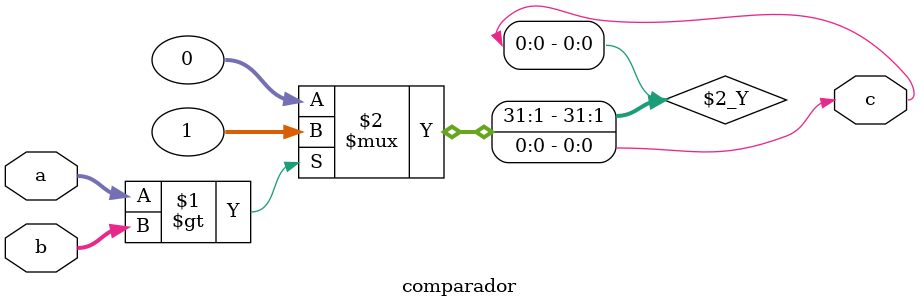
<source format=sv>
module comparador(
    input logic [7:0]a,
    input logic [7:0] b,
    output logic c
);

assign c = a > b ? 1 : 0 ;

endmodule
</source>
